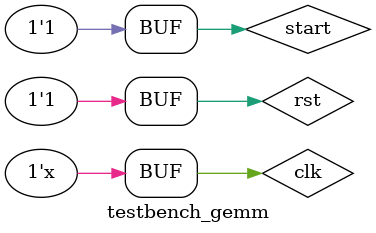
<source format=v>
`timescale  1ps/1ps
module testbench_gemm;
    parameter expWidth = 4;
    parameter sigWidth = 4;
    parameter formatWidth = 9;
    parameter low_expand = 4;
    reg rst , clk , start;
    reg [formatWidth-1:0] input_real [3:0];
    reg [formatWidth-1:0] input_imag [3:0];
    wire [(formatWidth-1) : 0] output_real [3:0];
    wire [(formatWidth-1) : 0] output_imag [3:0];
    wire gemm_done;

    initial begin
        clk = 0;
        rst = 1;
        #50 rst = 0;
        #50 rst = 1;
        {input_real[3] , input_real[2] , input_real[1] , input_real[0]} = {9'b1_1100_1000 , 9'b0_1000_1000 , 9'b1_0111_1111 , 9'b1_1100_1000};
        {input_imag[3] , input_imag[2] , input_imag[1] , input_imag[0]} = {9'b1_1100_1000 , 9'b0_1000_1000 , 9'b1_0111_1111 , 9'b1_1100_1000};
        start = 1;
    end
    always #10 clk = ~clk;
    gemm #(
        .expWidth(expWidth),
        .sigWidth(sigWidth),
        .formatWidth(formatWidth),
        .low_expand(low_expand)
    ) gemm0 (
        .clk(clk),
        .rst(rst),
        .start(start),
        .input_real({input_real[3] , input_real[2] , input_real[1] , input_real[0]}),
        .input_imag({input_imag[3] , input_imag[2] , input_imag[1] , input_imag[0]}),
        .output_real({output_real[3] , output_real[2] , output_real[1] , output_real[0]}),
        .output_imag({output_imag[3] , output_imag[2] , output_imag[1] , output_imag[0]}),
        .gemm_done(gemm_done)

    );

endmodule
</source>
